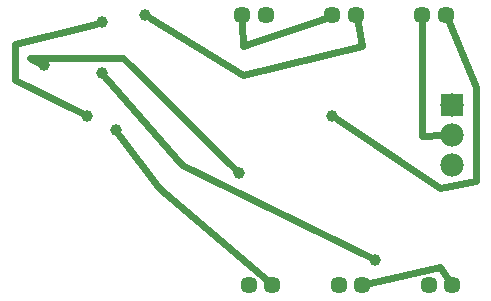
<source format=gtl>
G04 MADE WITH FRITZING*
G04 WWW.FRITZING.ORG*
G04 DOUBLE SIDED*
G04 HOLES PLATED*
G04 CONTOUR ON CENTER OF CONTOUR VECTOR*
%ASAXBY*%
%FSLAX23Y23*%
%MOIN*%
%OFA0B0*%
%SFA1.0B1.0*%
%ADD10C,0.057000*%
%ADD11C,0.078000*%
%ADD12C,0.039370*%
%ADD13R,0.078000X0.078000*%
%ADD14C,0.024000*%
%LNCOPPER1*%
G90*
G70*
G54D10*
X2189Y993D03*
X2268Y993D03*
X2189Y993D03*
X2268Y993D03*
X1989Y93D03*
X1910Y93D03*
X1989Y93D03*
X1910Y93D03*
X1589Y993D03*
X1668Y993D03*
X1589Y993D03*
X1668Y993D03*
X2289Y93D03*
X2210Y93D03*
X2289Y93D03*
X2210Y93D03*
X1889Y993D03*
X1968Y993D03*
X1889Y993D03*
X1968Y993D03*
X1689Y93D03*
X1610Y93D03*
X1689Y93D03*
X1610Y93D03*
G54D11*
X2289Y693D03*
X2289Y593D03*
X2289Y493D03*
G54D12*
X1120Y802D03*
X2032Y178D03*
X928Y826D03*
X1576Y466D03*
X1168Y610D03*
X1264Y994D03*
X1120Y970D03*
X1072Y658D03*
X1888Y658D03*
G54D13*
X2289Y693D03*
G54D14*
X1132Y788D02*
X1389Y493D01*
D02*
X1389Y493D02*
X2015Y186D01*
D02*
X911Y834D02*
X880Y850D01*
D02*
X880Y850D02*
X1192Y850D01*
D02*
X1192Y850D02*
X1563Y479D01*
D02*
X1179Y595D02*
X1312Y418D01*
D02*
X1312Y418D02*
X1670Y109D01*
D02*
X2275Y114D02*
X2248Y154D01*
D02*
X2248Y154D02*
X2013Y99D01*
D02*
X2189Y968D02*
X2189Y592D01*
D02*
X2189Y592D02*
X2259Y593D01*
D02*
X1589Y968D02*
X1590Y892D01*
D02*
X1590Y892D02*
X1866Y985D01*
D02*
X1280Y984D02*
X1590Y793D01*
D02*
X1590Y793D02*
X1989Y892D01*
D02*
X1989Y892D02*
X1973Y968D01*
D02*
X1102Y965D02*
X832Y898D01*
D02*
X832Y898D02*
X832Y778D01*
D02*
X832Y778D02*
X1055Y666D01*
D02*
X1904Y647D02*
X2248Y418D01*
D02*
X2248Y418D02*
X2368Y442D01*
D02*
X2368Y442D02*
X2368Y754D01*
D02*
X2368Y754D02*
X2277Y970D01*
G04 End of Copper1*
M02*
</source>
